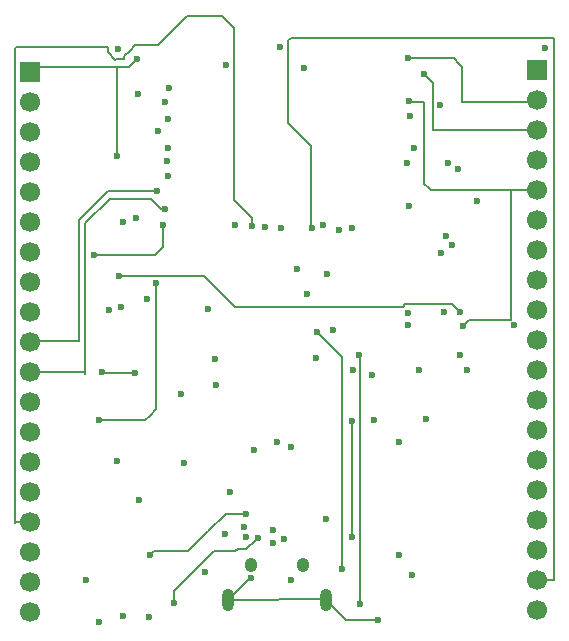
<source format=gbr>
%TF.GenerationSoftware,KiCad,Pcbnew,9.0.2*%
%TF.CreationDate,2025-07-05T23:34:38+05:30*%
%TF.ProjectId,_autosave-esp32devkitclone,5f617574-6f73-4617-9665-2d6573703332,rev?*%
%TF.SameCoordinates,Original*%
%TF.FileFunction,Copper,L3,Inr*%
%TF.FilePolarity,Positive*%
%FSLAX46Y46*%
G04 Gerber Fmt 4.6, Leading zero omitted, Abs format (unit mm)*
G04 Created by KiCad (PCBNEW 9.0.2) date 2025-07-05 23:34:38*
%MOMM*%
%LPD*%
G01*
G04 APERTURE LIST*
%TA.AperFunction,ComponentPad*%
%ADD10R,1.700000X1.700000*%
%TD*%
%TA.AperFunction,ComponentPad*%
%ADD11C,1.700000*%
%TD*%
%TA.AperFunction,HeatsinkPad*%
%ADD12O,1.000000X1.900000*%
%TD*%
%TA.AperFunction,HeatsinkPad*%
%ADD13O,1.050000X1.250000*%
%TD*%
%TA.AperFunction,ViaPad*%
%ADD14C,0.600000*%
%TD*%
%TA.AperFunction,Conductor*%
%ADD15C,0.200000*%
%TD*%
G04 APERTURE END LIST*
D10*
%TO.N,/VDD33*%
%TO.C,J2*%
X161960000Y-84540000D03*
D11*
%TO.N,/EN*%
X161960000Y-87080000D03*
%TO.N,/SENSOR_VP*%
X161960000Y-89620000D03*
%TO.N,/SENSOR_VN*%
X161960000Y-92160000D03*
%TO.N,/IO34*%
X161960000Y-94700000D03*
%TO.N,/IO35*%
X161960000Y-97240000D03*
%TO.N,/IO32*%
X161960000Y-99780000D03*
%TO.N,/IO33*%
X161960000Y-102320000D03*
%TO.N,/IO25*%
X161960000Y-104860000D03*
%TO.N,/IO26*%
X161960000Y-107400000D03*
%TO.N,/IO27*%
X161960000Y-109940000D03*
%TO.N,/IO14*%
X161960000Y-112480000D03*
%TO.N,/IO12*%
X161960000Y-115020000D03*
%TO.N,GND*%
X161960000Y-117560000D03*
%TO.N,/IO13*%
X161960000Y-120100000D03*
%TO.N,/SD2*%
X161960000Y-122640000D03*
%TO.N,/SD3*%
X161960000Y-125180000D03*
%TO.N,/CMD*%
X161960000Y-127720000D03*
%TO.N,/EXT_5V*%
X161960000Y-130260000D03*
%TD*%
D12*
%TO.N,GND*%
%TO.C,J1*%
X178645000Y-129225000D03*
D13*
X180595000Y-126225000D03*
X185045000Y-126225000D03*
D12*
X186995000Y-129225000D03*
%TD*%
D10*
%TO.N,GND*%
%TO.C,J3*%
X204880000Y-84360000D03*
D11*
%TO.N,/IO23*%
X204880000Y-86900000D03*
%TO.N,/IO22*%
X204880000Y-89440000D03*
%TO.N,/TXDO*%
X204880000Y-91980000D03*
%TO.N,/RXDO*%
X204880000Y-94520000D03*
%TO.N,/IO21*%
X204880000Y-97060000D03*
%TO.N,GND*%
X204880000Y-99600000D03*
%TO.N,/IO19*%
X204880000Y-102140000D03*
%TO.N,/IO18*%
X204880000Y-104680000D03*
%TO.N,/IO5*%
X204880000Y-107220000D03*
%TO.N,/IO17*%
X204880000Y-109760000D03*
%TO.N,/IO16*%
X204880000Y-112300000D03*
%TO.N,/IO4*%
X204880000Y-114840000D03*
%TO.N,/IO0*%
X204880000Y-117380000D03*
%TO.N,/IO2*%
X204880000Y-119920000D03*
%TO.N,/IO15*%
X204880000Y-122460000D03*
%TO.N,/SD1*%
X204880000Y-125000000D03*
%TO.N,/SD0*%
X204880000Y-127540000D03*
%TO.N,/CLK*%
X204880000Y-130080000D03*
%TD*%
D14*
%TO.N,/EXT_5V*%
X193890000Y-104930000D03*
X189850000Y-129560000D03*
X187610000Y-106370000D03*
X189790000Y-108480000D03*
%TO.N,GND*%
X197280000Y-92180000D03*
X169300000Y-117470000D03*
X177640000Y-111020000D03*
X180620000Y-127330000D03*
X191390000Y-130880000D03*
X177620000Y-108810000D03*
%TO.N,/VDD33*%
X170790000Y-109990000D03*
X174720000Y-111740000D03*
X174950000Y-117620000D03*
X189230000Y-109710000D03*
X194820000Y-109780000D03*
X169320000Y-91650000D03*
X170990000Y-83420000D03*
X168000000Y-109890000D03*
%TO.N,/EN*%
X196630000Y-87310000D03*
X185090000Y-84160000D03*
X197640000Y-99190000D03*
X198880000Y-109760000D03*
X178540000Y-83930000D03*
X172010000Y-130690000D03*
X171080000Y-86370000D03*
X197000000Y-104820000D03*
X198150000Y-92750000D03*
X199780000Y-95430000D03*
X183060000Y-82380000D03*
%TO.N,Net-(C15-Pad2)*%
X171190000Y-120720000D03*
X169640000Y-104440000D03*
%TO.N,Net-(D1-A)*%
X194230000Y-127060000D03*
X185370000Y-103290000D03*
X193140000Y-115810000D03*
%TO.N,/VBUS*%
X167760000Y-131090000D03*
X198310000Y-104790000D03*
X169450000Y-101790000D03*
X184060000Y-127480000D03*
X166690000Y-127560000D03*
X168640000Y-104660000D03*
%TO.N,/USB_DN*%
X178450000Y-123600000D03*
X183390000Y-124020000D03*
X187030000Y-101640000D03*
X180070000Y-123040000D03*
%TO.N,/USB_DP*%
X182490000Y-124420000D03*
X178840000Y-120080000D03*
X176990000Y-104540000D03*
%TO.N,/SD2*%
X180710000Y-97520000D03*
%TO.N,/CMD*%
X169400000Y-82570000D03*
X183190000Y-97690000D03*
%TO.N,/IO34*%
X173600000Y-88490000D03*
%TO.N,/IO14*%
X173220000Y-97500000D03*
X167330000Y-100040000D03*
%TO.N,/IO25*%
X173630000Y-93330000D03*
%TO.N,/SENSOR_VN*%
X173330000Y-87010000D03*
%TO.N,/IO35*%
X172790000Y-89530000D03*
%TO.N,/IO13*%
X179290000Y-97490000D03*
%TO.N,/IO33*%
X173510000Y-92070000D03*
%TO.N,/IO27*%
X173340000Y-96080000D03*
%TO.N,/IO12*%
X172610000Y-102400000D03*
X167780000Y-113980000D03*
%TO.N,/SENSOR_VP*%
X173670000Y-85870000D03*
%TO.N,/SD3*%
X181780000Y-97610000D03*
%TO.N,/IO32*%
X173620000Y-90970000D03*
%TO.N,/IO26*%
X172670000Y-94560000D03*
%TO.N,/IO22*%
X195290000Y-84720000D03*
%TO.N,/IO19*%
X194410000Y-90980000D03*
X196750000Y-99850000D03*
%TO.N,/SD0*%
X185790000Y-97700000D03*
%TO.N,/RXDO*%
X194000000Y-87000000D03*
X198550000Y-106020000D03*
%TO.N,/IO2*%
X205510000Y-82470000D03*
X189200000Y-97750000D03*
%TO.N,/IO15*%
X188110000Y-97900000D03*
%TO.N,/IO21*%
X194060000Y-88240000D03*
%TO.N,/IO23*%
X193960000Y-83350000D03*
%TO.N,/SD1*%
X186750000Y-97440000D03*
%TO.N,/CLK*%
X188360000Y-126580000D03*
X186230000Y-106530000D03*
X184530000Y-101180000D03*
%TO.N,/IO16*%
X193980000Y-95890000D03*
X193940000Y-105890000D03*
%TO.N,/IO18*%
X193810000Y-92180000D03*
X202900000Y-105950000D03*
%TO.N,Net-(Q1-B)*%
X176750000Y-126800000D03*
X193200000Y-125390000D03*
%TO.N,/RTS*%
X172120000Y-125370000D03*
X169760000Y-97220000D03*
X184040000Y-116250000D03*
X180210000Y-121890000D03*
%TO.N,/DTR*%
X186950000Y-122320000D03*
X180860000Y-116540000D03*
%TO.N,Net-(Q2-B)*%
X189190000Y-114020000D03*
X170890000Y-96840000D03*
X189180000Y-123870000D03*
X171830000Y-103770000D03*
X186170000Y-108700000D03*
%TO.N,/RXD*%
X197170000Y-98400000D03*
X182820000Y-115870000D03*
%TO.N,/TXD*%
X198290000Y-108440000D03*
X195470000Y-113920000D03*
%TO.N,Net-(U1-~{SUSPEND})*%
X190870000Y-110150000D03*
X182500000Y-123310000D03*
%TO.N,Net-(U1-~{RST})*%
X181230000Y-123940000D03*
X174140000Y-129460000D03*
%TO.N,Net-(U1-VBUS)*%
X180220000Y-123920000D03*
X169830000Y-130570000D03*
X191050000Y-113970000D03*
%TD*%
D15*
%TO.N,/EXT_5V*%
X189790000Y-108480000D02*
X189850000Y-108540000D01*
X189850000Y-108540000D02*
X189850000Y-129560000D01*
%TO.N,GND*%
X183020000Y-129140000D02*
X186910000Y-129140000D01*
X180595000Y-127305000D02*
X180620000Y-127330000D01*
X180595000Y-127275000D02*
X178645000Y-129225000D01*
X186995000Y-129225000D02*
X188650000Y-130880000D01*
X188650000Y-130880000D02*
X191390000Y-130880000D01*
X182935000Y-129225000D02*
X183020000Y-129140000D01*
X186910000Y-129140000D02*
X186995000Y-129225000D01*
X180595000Y-127275000D02*
X180595000Y-127305000D01*
X178645000Y-129225000D02*
X182935000Y-129225000D01*
%TO.N,/VDD33*%
X162400000Y-84100000D02*
X161960000Y-84540000D01*
X169330000Y-84100000D02*
X162400000Y-84100000D01*
X168100000Y-109990000D02*
X168000000Y-109890000D01*
X170790000Y-109990000D02*
X168100000Y-109990000D01*
X169320000Y-84110000D02*
X169330000Y-84100000D01*
X169320000Y-84110000D02*
X170300000Y-84110000D01*
X169320000Y-91650000D02*
X169320000Y-84110000D01*
X170300000Y-84110000D02*
X170990000Y-83420000D01*
%TO.N,/VBUS*%
X193470000Y-104380000D02*
X193710000Y-104140000D01*
X176680000Y-101790000D02*
X179270000Y-104380000D01*
X169450000Y-101790000D02*
X176680000Y-101790000D01*
X193710000Y-104140000D02*
X197660000Y-104140000D01*
X179270000Y-104380000D02*
X193470000Y-104380000D01*
X197660000Y-104140000D02*
X198310000Y-104790000D01*
%TO.N,/SD2*%
X178160000Y-79750000D02*
X178470000Y-80060000D01*
X169200000Y-83430000D02*
X169910000Y-83430000D01*
X160770000Y-82420000D02*
X168490000Y-82420000D01*
X172750000Y-82190000D02*
X175190000Y-79750000D01*
X170780000Y-82260000D02*
X172750000Y-82260000D01*
X168490000Y-82420000D02*
X168490000Y-82820000D01*
X160640000Y-82550000D02*
X160770000Y-82420000D01*
X179200000Y-95360000D02*
X180710000Y-96870000D01*
X161960000Y-122640000D02*
X160650000Y-122640000D01*
X168490000Y-82820000D02*
X169150000Y-83480000D01*
X175190000Y-79750000D02*
X178160000Y-79750000D01*
X170350000Y-82690000D02*
X170780000Y-82260000D01*
X169910000Y-83130000D02*
X170350000Y-82690000D01*
X179200000Y-80790000D02*
X179200000Y-92790000D01*
X169910000Y-83430000D02*
X169910000Y-83130000D01*
X178470000Y-80060000D02*
X179200000Y-80790000D01*
X160630000Y-82560000D02*
X160640000Y-82550000D01*
X169150000Y-83480000D02*
X169200000Y-83430000D01*
X160650000Y-122640000D02*
X160630000Y-122660000D01*
X160630000Y-122660000D02*
X160630000Y-82560000D01*
X172750000Y-82260000D02*
X172750000Y-82190000D01*
X179200000Y-92790000D02*
X179200000Y-95360000D01*
X180710000Y-96870000D02*
X180710000Y-97520000D01*
%TO.N,/IO14*%
X172490000Y-100040000D02*
X173210000Y-99320000D01*
X167330000Y-100040000D02*
X172490000Y-100040000D01*
X173210000Y-97510000D02*
X173220000Y-97500000D01*
X173210000Y-99320000D02*
X173210000Y-97510000D01*
%TO.N,/IO27*%
X166610000Y-110080000D02*
X166610000Y-97320000D01*
X173300000Y-96120000D02*
X173340000Y-96080000D01*
X166470000Y-109940000D02*
X166610000Y-110080000D01*
X161960000Y-109940000D02*
X166470000Y-109940000D01*
X166610000Y-97320000D02*
X168660000Y-95270000D01*
X172200000Y-95270000D02*
X173050000Y-96120000D01*
X173050000Y-96120000D02*
X173300000Y-96120000D01*
X168660000Y-95270000D02*
X172200000Y-95270000D01*
%TO.N,/IO12*%
X171670000Y-113980000D02*
X172050000Y-113600000D01*
X167780000Y-113980000D02*
X171670000Y-113980000D01*
X172610000Y-113040000D02*
X172610000Y-102400000D01*
X172050000Y-113600000D02*
X172610000Y-113040000D01*
%TO.N,/IO26*%
X167810000Y-95270000D02*
X168530000Y-94550000D01*
X161960000Y-107400000D02*
X162050000Y-107310000D01*
X172660000Y-94550000D02*
X172670000Y-94560000D01*
X166060000Y-107310000D02*
X166060000Y-97020000D01*
X166060000Y-97020000D02*
X167810000Y-95270000D01*
X168560000Y-94550000D02*
X172660000Y-94550000D01*
X162050000Y-107310000D02*
X166060000Y-107310000D01*
X168530000Y-94550000D02*
X168560000Y-94550000D01*
%TO.N,/IO22*%
X196030000Y-85460000D02*
X195290000Y-84720000D01*
X196030000Y-89410000D02*
X196030000Y-85460000D01*
X196060000Y-89440000D02*
X196030000Y-89410000D01*
X204880000Y-89440000D02*
X196060000Y-89440000D01*
%TO.N,/SD0*%
X183920000Y-81680000D02*
X183780000Y-81820000D01*
X183780000Y-81820000D02*
X183780000Y-84080000D01*
X206320000Y-81700000D02*
X206240000Y-81620000D01*
X183780000Y-84080000D02*
X183780000Y-88830000D01*
X206300000Y-127540000D02*
X206320000Y-127560000D01*
X206240000Y-81620000D02*
X183980000Y-81620000D01*
X183980000Y-81620000D02*
X183920000Y-81680000D01*
X185750000Y-97660000D02*
X185790000Y-97700000D01*
X204880000Y-127540000D02*
X206300000Y-127540000D01*
X206320000Y-127560000D02*
X206320000Y-81700000D01*
X183780000Y-88830000D02*
X185750000Y-90800000D01*
X185750000Y-90800000D02*
X185750000Y-97660000D01*
%TO.N,/RXDO*%
X195850000Y-94520000D02*
X195680000Y-94350000D01*
X195280000Y-93950000D02*
X195280000Y-87030000D01*
X194030000Y-87030000D02*
X194000000Y-87000000D01*
X198550000Y-106020000D02*
X199058554Y-105511446D01*
X204880000Y-94520000D02*
X202760000Y-94520000D01*
X202631447Y-105511446D02*
X202631447Y-94648553D01*
X195680000Y-94350000D02*
X195280000Y-93950000D01*
X202760000Y-94520000D02*
X195850000Y-94520000D01*
X195280000Y-87030000D02*
X194030000Y-87030000D01*
X199058554Y-105511446D02*
X202631447Y-105511446D01*
X202631447Y-94648553D02*
X202760000Y-94520000D01*
%TO.N,/IO23*%
X198520000Y-84060000D02*
X198260000Y-83800000D01*
X197810000Y-83350000D02*
X193960000Y-83350000D01*
X198520000Y-87030000D02*
X198520000Y-84060000D01*
X198260000Y-83800000D02*
X197810000Y-83350000D01*
X204750000Y-87030000D02*
X198520000Y-87030000D01*
X204880000Y-86900000D02*
X204750000Y-87030000D01*
%TO.N,/CLK*%
X188360000Y-108660000D02*
X186230000Y-106530000D01*
X188360000Y-126580000D02*
X188360000Y-108660000D01*
%TO.N,/RTS*%
X172430000Y-125060000D02*
X172120000Y-125370000D01*
X178480000Y-121890000D02*
X177010000Y-123360000D01*
X180210000Y-121890000D02*
X178480000Y-121890000D01*
X177010000Y-123360000D02*
X175310000Y-125060000D01*
X172610000Y-125060000D02*
X172430000Y-125060000D01*
X175310000Y-125060000D02*
X172610000Y-125060000D01*
%TO.N,Net-(Q2-B)*%
X189180000Y-114030000D02*
X189190000Y-114020000D01*
X189180000Y-123870000D02*
X189180000Y-114030000D01*
%TO.N,Net-(U1-~{RST})*%
X180240000Y-124870000D02*
X179510000Y-124870000D01*
X181230000Y-123940000D02*
X180700000Y-124470000D01*
X180640000Y-124470000D02*
X180240000Y-124870000D01*
X179290000Y-125090000D02*
X177500000Y-125090000D01*
X180700000Y-124470000D02*
X180640000Y-124470000D01*
X177500000Y-125090000D02*
X174140000Y-128450000D01*
X179510000Y-124870000D02*
X179290000Y-125090000D01*
X174140000Y-128450000D02*
X174140000Y-129460000D01*
%TD*%
M02*

</source>
